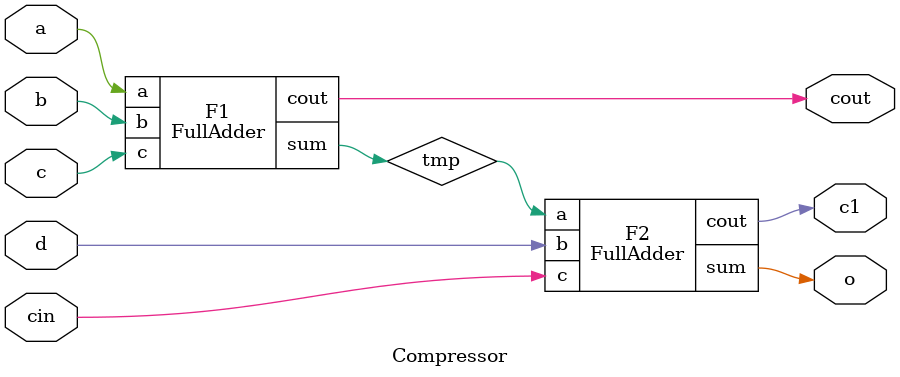
<source format=v>
module HalfAdder(input a,input b,output o,output c);

    assign o = a^b;
    assign c = a&b;

endmodule

module FullAdder(input a, input b, input c, output sum, output cout);

    assign sum = a^b^c;
    assign cout = a&b|b&c|a&c;

endmodule

module Compressor(input a,input b,input c, input d, input cin, output o,output c1,output cout);
    
    wire tmp;
    FullAdder F1 (a,b,c,tmp,cout);
    FullAdder F2 (tmp,d,cin,o,c1);

endmodule
</source>
